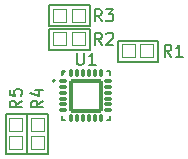
<source format=gto>
G04 #@! TF.GenerationSoftware,KiCad,Pcbnew,8.0.7*
G04 #@! TF.CreationDate,2025-01-11T12:37:20+01:00*
G04 #@! TF.ProjectId,NGCL,4e47434c-2e6b-4696-9361-645f70636258,rev?*
G04 #@! TF.SameCoordinates,Original*
G04 #@! TF.FileFunction,Legend,Top*
G04 #@! TF.FilePolarity,Positive*
%FSLAX46Y46*%
G04 Gerber Fmt 4.6, Leading zero omitted, Abs format (unit mm)*
G04 Created by KiCad (PCBNEW 8.0.7) date 2025-01-11 12:37:20*
%MOMM*%
%LPD*%
G01*
G04 APERTURE LIST*
G04 Aperture macros list*
%AMRoundRect*
0 Rectangle with rounded corners*
0 $1 Rounding radius*
0 $2 $3 $4 $5 $6 $7 $8 $9 X,Y pos of 4 corners*
0 Add a 4 corners polygon primitive as box body*
4,1,4,$2,$3,$4,$5,$6,$7,$8,$9,$2,$3,0*
0 Add four circle primitives for the rounded corners*
1,1,$1+$1,$2,$3*
1,1,$1+$1,$4,$5*
1,1,$1+$1,$6,$7*
1,1,$1+$1,$8,$9*
0 Add four rect primitives between the rounded corners*
20,1,$1+$1,$2,$3,$4,$5,0*
20,1,$1+$1,$4,$5,$6,$7,0*
20,1,$1+$1,$6,$7,$8,$9,0*
20,1,$1+$1,$8,$9,$2,$3,0*%
G04 Aperture macros list end*
%ADD10C,0.152400*%
%ADD11C,0.200000*%
%ADD12RoundRect,0.000000X-0.575000X-0.550000X0.575000X-0.550000X0.575000X0.550000X-0.575000X0.550000X0*%
%ADD13RoundRect,0.000000X0.550000X-0.575000X0.550000X0.575000X-0.550000X0.575000X-0.550000X-0.575000X0*%
%ADD14RoundRect,0.079167X-0.280833X-0.110833X0.280833X-0.110833X0.280833X0.110833X-0.280833X0.110833X0*%
%ADD15RoundRect,0.079167X0.110833X-0.280833X0.110833X0.280833X-0.110833X0.280833X-0.110833X-0.280833X0*%
%ADD16RoundRect,0.079167X0.280833X0.110833X-0.280833X0.110833X-0.280833X-0.110833X0.280833X-0.110833X0*%
%ADD17RoundRect,0.079167X-0.110833X0.280833X-0.110833X-0.280833X0.110833X-0.280833X0.110833X0.280833X0*%
%ADD18RoundRect,0.142000X-1.278000X1.278000X-1.278000X-1.278000X1.278000X-1.278000X1.278000X1.278000X0*%
G04 APERTURE END LIST*
D10*
X148430667Y-98462095D02*
X148092000Y-97978286D01*
X147850095Y-98462095D02*
X147850095Y-97446095D01*
X147850095Y-97446095D02*
X148237143Y-97446095D01*
X148237143Y-97446095D02*
X148333905Y-97494476D01*
X148333905Y-97494476D02*
X148382286Y-97542857D01*
X148382286Y-97542857D02*
X148430667Y-97639619D01*
X148430667Y-97639619D02*
X148430667Y-97784762D01*
X148430667Y-97784762D02*
X148382286Y-97881524D01*
X148382286Y-97881524D02*
X148333905Y-97929905D01*
X148333905Y-97929905D02*
X148237143Y-97978286D01*
X148237143Y-97978286D02*
X147850095Y-97978286D01*
X148769333Y-97446095D02*
X149398286Y-97446095D01*
X149398286Y-97446095D02*
X149059619Y-97833143D01*
X149059619Y-97833143D02*
X149204762Y-97833143D01*
X149204762Y-97833143D02*
X149301524Y-97881524D01*
X149301524Y-97881524D02*
X149349905Y-97929905D01*
X149349905Y-97929905D02*
X149398286Y-98026667D01*
X149398286Y-98026667D02*
X149398286Y-98268572D01*
X149398286Y-98268572D02*
X149349905Y-98365334D01*
X149349905Y-98365334D02*
X149301524Y-98413715D01*
X149301524Y-98413715D02*
X149204762Y-98462095D01*
X149204762Y-98462095D02*
X148914476Y-98462095D01*
X148914476Y-98462095D02*
X148817714Y-98413715D01*
X148817714Y-98413715D02*
X148769333Y-98365334D01*
X148430667Y-100462095D02*
X148092000Y-99978286D01*
X147850095Y-100462095D02*
X147850095Y-99446095D01*
X147850095Y-99446095D02*
X148237143Y-99446095D01*
X148237143Y-99446095D02*
X148333905Y-99494476D01*
X148333905Y-99494476D02*
X148382286Y-99542857D01*
X148382286Y-99542857D02*
X148430667Y-99639619D01*
X148430667Y-99639619D02*
X148430667Y-99784762D01*
X148430667Y-99784762D02*
X148382286Y-99881524D01*
X148382286Y-99881524D02*
X148333905Y-99929905D01*
X148333905Y-99929905D02*
X148237143Y-99978286D01*
X148237143Y-99978286D02*
X147850095Y-99978286D01*
X148817714Y-99542857D02*
X148866095Y-99494476D01*
X148866095Y-99494476D02*
X148962857Y-99446095D01*
X148962857Y-99446095D02*
X149204762Y-99446095D01*
X149204762Y-99446095D02*
X149301524Y-99494476D01*
X149301524Y-99494476D02*
X149349905Y-99542857D01*
X149349905Y-99542857D02*
X149398286Y-99639619D01*
X149398286Y-99639619D02*
X149398286Y-99736381D01*
X149398286Y-99736381D02*
X149349905Y-99881524D01*
X149349905Y-99881524D02*
X148769333Y-100462095D01*
X148769333Y-100462095D02*
X149398286Y-100462095D01*
X143462095Y-105169332D02*
X142978286Y-105507999D01*
X143462095Y-105749904D02*
X142446095Y-105749904D01*
X142446095Y-105749904D02*
X142446095Y-105362856D01*
X142446095Y-105362856D02*
X142494476Y-105266094D01*
X142494476Y-105266094D02*
X142542857Y-105217713D01*
X142542857Y-105217713D02*
X142639619Y-105169332D01*
X142639619Y-105169332D02*
X142784762Y-105169332D01*
X142784762Y-105169332D02*
X142881524Y-105217713D01*
X142881524Y-105217713D02*
X142929905Y-105266094D01*
X142929905Y-105266094D02*
X142978286Y-105362856D01*
X142978286Y-105362856D02*
X142978286Y-105749904D01*
X142784762Y-104298475D02*
X143462095Y-104298475D01*
X142397715Y-104540380D02*
X143123429Y-104782285D01*
X143123429Y-104782285D02*
X143123429Y-104153332D01*
X146313404Y-101146095D02*
X146313404Y-101968572D01*
X146313404Y-101968572D02*
X146361785Y-102065334D01*
X146361785Y-102065334D02*
X146410166Y-102113715D01*
X146410166Y-102113715D02*
X146506928Y-102162095D01*
X146506928Y-102162095D02*
X146700452Y-102162095D01*
X146700452Y-102162095D02*
X146797214Y-102113715D01*
X146797214Y-102113715D02*
X146845595Y-102065334D01*
X146845595Y-102065334D02*
X146893976Y-101968572D01*
X146893976Y-101968572D02*
X146893976Y-101146095D01*
X147909976Y-102162095D02*
X147329404Y-102162095D01*
X147619690Y-102162095D02*
X147619690Y-101146095D01*
X147619690Y-101146095D02*
X147522928Y-101291238D01*
X147522928Y-101291238D02*
X147426166Y-101388000D01*
X147426166Y-101388000D02*
X147329404Y-101436381D01*
X141662095Y-105169332D02*
X141178286Y-105507999D01*
X141662095Y-105749904D02*
X140646095Y-105749904D01*
X140646095Y-105749904D02*
X140646095Y-105362856D01*
X140646095Y-105362856D02*
X140694476Y-105266094D01*
X140694476Y-105266094D02*
X140742857Y-105217713D01*
X140742857Y-105217713D02*
X140839619Y-105169332D01*
X140839619Y-105169332D02*
X140984762Y-105169332D01*
X140984762Y-105169332D02*
X141081524Y-105217713D01*
X141081524Y-105217713D02*
X141129905Y-105266094D01*
X141129905Y-105266094D02*
X141178286Y-105362856D01*
X141178286Y-105362856D02*
X141178286Y-105749904D01*
X140646095Y-104250094D02*
X140646095Y-104733904D01*
X140646095Y-104733904D02*
X141129905Y-104782285D01*
X141129905Y-104782285D02*
X141081524Y-104733904D01*
X141081524Y-104733904D02*
X141033143Y-104637142D01*
X141033143Y-104637142D02*
X141033143Y-104395237D01*
X141033143Y-104395237D02*
X141081524Y-104298475D01*
X141081524Y-104298475D02*
X141129905Y-104250094D01*
X141129905Y-104250094D02*
X141226667Y-104201713D01*
X141226667Y-104201713D02*
X141468572Y-104201713D01*
X141468572Y-104201713D02*
X141565334Y-104250094D01*
X141565334Y-104250094D02*
X141613715Y-104298475D01*
X141613715Y-104298475D02*
X141662095Y-104395237D01*
X141662095Y-104395237D02*
X141662095Y-104637142D01*
X141662095Y-104637142D02*
X141613715Y-104733904D01*
X141613715Y-104733904D02*
X141565334Y-104782285D01*
X154330667Y-101462095D02*
X153992000Y-100978286D01*
X153750095Y-101462095D02*
X153750095Y-100446095D01*
X153750095Y-100446095D02*
X154137143Y-100446095D01*
X154137143Y-100446095D02*
X154233905Y-100494476D01*
X154233905Y-100494476D02*
X154282286Y-100542857D01*
X154282286Y-100542857D02*
X154330667Y-100639619D01*
X154330667Y-100639619D02*
X154330667Y-100784762D01*
X154330667Y-100784762D02*
X154282286Y-100881524D01*
X154282286Y-100881524D02*
X154233905Y-100929905D01*
X154233905Y-100929905D02*
X154137143Y-100978286D01*
X154137143Y-100978286D02*
X153750095Y-100978286D01*
X155298286Y-101462095D02*
X154717714Y-101462095D01*
X155008000Y-101462095D02*
X155008000Y-100446095D01*
X155008000Y-100446095D02*
X154911238Y-100591238D01*
X154911238Y-100591238D02*
X154814476Y-100688000D01*
X154814476Y-100688000D02*
X154717714Y-100736381D01*
D11*
G04 #@! TO.C,R3*
X144000000Y-97100000D02*
X147400000Y-97100000D01*
X144000000Y-98900000D02*
X144000000Y-97100000D01*
X147400000Y-97100000D02*
X147400000Y-98900000D01*
X147400000Y-98900000D02*
X144000000Y-98900000D01*
G04 #@! TO.C,R2*
X144000000Y-99100000D02*
X147400000Y-99100000D01*
X144000000Y-100900000D02*
X144000000Y-99100000D01*
X147400000Y-99100000D02*
X147400000Y-100900000D01*
X147400000Y-100900000D02*
X144000000Y-100900000D01*
G04 #@! TO.C,R4*
X142100000Y-106300000D02*
X143900000Y-106300000D01*
X142100000Y-109700000D02*
X142100000Y-106300000D01*
X143900000Y-106300000D02*
X143900000Y-109700000D01*
X143900000Y-109700000D02*
X142100000Y-109700000D01*
G04 #@! TO.C,U1*
X145037500Y-102700000D02*
X145037500Y-103000000D01*
X145037500Y-103000000D02*
X145337500Y-102700000D01*
X145037500Y-106500000D02*
X145037500Y-106800000D01*
X145037500Y-106800000D02*
X145337500Y-106800000D01*
X145337500Y-102700000D02*
X145037500Y-102700000D01*
X148837500Y-106800000D02*
X149137500Y-106800000D01*
X149137500Y-102700000D02*
X148837500Y-102700000D01*
X149137500Y-103000000D02*
X149137500Y-102700000D01*
X149137500Y-106800000D02*
X149137500Y-106500000D01*
X144487500Y-103500000D02*
G75*
G02*
X144287500Y-103500000I-100000J0D01*
G01*
X144287500Y-103500000D02*
G75*
G02*
X144487500Y-103500000I100000J0D01*
G01*
G04 #@! TO.C,R5*
X140300000Y-106300000D02*
X142100000Y-106300000D01*
X140300000Y-109700000D02*
X140300000Y-106300000D01*
X142100000Y-106300000D02*
X142100000Y-109700000D01*
X142100000Y-109700000D02*
X140300000Y-109700000D01*
G04 #@! TO.C,R1*
X149800000Y-100100000D02*
X153200000Y-100100000D01*
X149800000Y-101900000D02*
X149800000Y-100100000D01*
X153200000Y-100100000D02*
X153200000Y-101900000D01*
X153200000Y-101900000D02*
X149800000Y-101900000D01*
G04 #@! TD*
%LPC*%
D12*
G04 #@! TO.C,R3*
X144900000Y-98000000D03*
X146500000Y-98000000D03*
G04 #@! TD*
G04 #@! TO.C,R2*
X144900000Y-100000000D03*
X146500000Y-100000000D03*
G04 #@! TD*
D13*
G04 #@! TO.C,R4*
X143000000Y-108800000D03*
X143000000Y-107200000D03*
G04 #@! TD*
D14*
G04 #@! TO.C,U1*
X145175000Y-103500000D03*
X145175000Y-104000000D03*
X145175000Y-104500000D03*
X145175000Y-105000000D03*
X145175000Y-105500000D03*
X145175000Y-106000000D03*
D15*
X145837500Y-106662500D03*
X146337500Y-106662500D03*
X146837500Y-106662500D03*
X147337500Y-106662500D03*
X147837500Y-106662500D03*
X148337500Y-106662500D03*
D16*
X149000000Y-106000000D03*
X149000000Y-105500000D03*
X149000000Y-105000000D03*
X149000000Y-104500000D03*
X149000000Y-104000000D03*
X149000000Y-103500000D03*
D17*
X148337500Y-102837500D03*
X147837500Y-102837500D03*
X147337500Y-102837500D03*
X146837500Y-102837500D03*
X146337500Y-102837500D03*
X145837500Y-102837500D03*
D18*
X147087500Y-104750000D03*
G04 #@! TD*
D13*
G04 #@! TO.C,R5*
X141200000Y-108800000D03*
X141200000Y-107200000D03*
G04 #@! TD*
D12*
G04 #@! TO.C,R1*
X150700000Y-101000000D03*
X152300000Y-101000000D03*
G04 #@! TD*
%LPD*%
M02*

</source>
